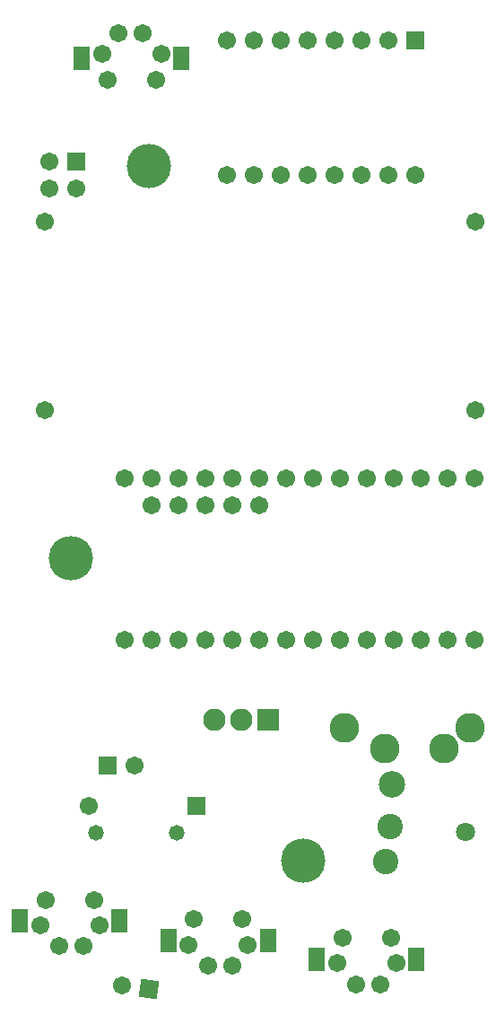
<source format=gbr>
G04 DipTrace 3.2.0.1*
G04 TopMask.gbr*
%MOIN*%
G04 #@! TF.FileFunction,Soldermask,Top*
G04 #@! TF.Part,Single*
%AMOUTLINE1*
4,1,4,
0.028534,-0.037867,
-0.037867,-0.028534,
-0.028534,0.037867,
0.037867,0.028534,
0.028534,-0.037867,
0*%
%ADD31C,0.070866*%
%ADD32C,0.165*%
%ADD44C,0.058*%
%ADD46C,0.058*%
%ADD48C,0.082803*%
%ADD50R,0.082803X0.082803*%
%ADD52C,0.067055*%
%ADD54R,0.067055X0.067055*%
%ADD56C,0.098551*%
%ADD58C,0.094614*%
%ADD60C,0.110362*%
%ADD62R,0.06X0.087*%
%ADD64C,0.067055*%
%ADD68OUTLINE1*%
%FSLAX26Y26*%
G04*
G70*
G90*
G75*
G01*
G04 TopMask*
%LPD*%
D64*
X795241Y4031030D3*
X1015241D3*
X854241Y4109030D3*
X944241D3*
X815241Y3936030D3*
X995241D3*
D62*
X720241Y4015030D3*
X1090241D3*
D60*
X2161241Y1530030D3*
X1844312Y1451290D3*
X2064784D3*
X1696674Y1530030D3*
D58*
X1849241Y1032030D3*
D56*
X1871913Y1318969D3*
D58*
X1866545Y1160794D3*
D31*
X2146204Y1143074D3*
D64*
X583241Y2709030D3*
X2183241Y2708967D3*
X583270Y3409030D3*
X2183270Y3408967D3*
X2179241Y2454030D3*
X2079241D3*
X1979241D3*
X1879241D3*
X1779241D3*
X1679241D3*
X1579241D3*
X1479241D3*
X1379241D3*
X1279241D3*
X1179241D3*
X1079241D3*
X979241D3*
Y2354030D3*
X2179241Y1854030D3*
X2079241D3*
X1979241D3*
X1879241D3*
X1779241D3*
X1679241D3*
X1579241D3*
X1479241D3*
X1379241D3*
X1279241D3*
X1179241D3*
X1079241D3*
X979241D3*
X879241D3*
X1079241Y2354030D3*
X1179241D3*
X1279241D3*
X1379241D3*
X879241Y2454030D3*
D54*
X1958241Y4082030D3*
D52*
X1858241D3*
X1758241D3*
X1658241D3*
X1558241D3*
X1458241D3*
X1358241D3*
X1258241D3*
Y3582030D3*
X1358241D3*
X1458241D3*
X1558241D3*
X1658241D3*
X1758241D3*
X1858241D3*
X1958241D3*
D54*
X700241Y3633030D3*
D52*
Y3533030D3*
X600241Y3633030D3*
Y3533030D3*
D64*
X1888241Y654030D3*
X1668241D3*
X1829241Y576030D3*
X1739241D3*
X1868241Y749030D3*
X1688241D3*
D62*
X1963241Y670030D3*
X1593241D3*
D64*
X1336241Y723030D3*
X1116241D3*
X1277241Y645030D3*
X1187241D3*
X1316241Y818030D3*
X1136241D3*
D62*
X1411241Y739030D3*
X1041241D3*
D64*
X784241Y795030D3*
X564241D3*
X725241Y717030D3*
X635241D3*
X764241Y890030D3*
X584241D3*
D62*
X859241Y811030D3*
X489241D3*
D54*
X815241Y1390030D3*
D52*
X915241D3*
D68*
X967127Y557166D3*
D52*
X868100Y571082D3*
D50*
X1412241Y1557030D3*
D48*
X1312241D3*
X1212241D3*
D54*
X1144241Y1238030D3*
D52*
X746603D3*
D46*
X773241Y1140030D3*
D44*
X1073241D3*
D32*
X679241Y2160030D3*
X1543241Y1035030D3*
X967241Y3615030D3*
M02*

</source>
